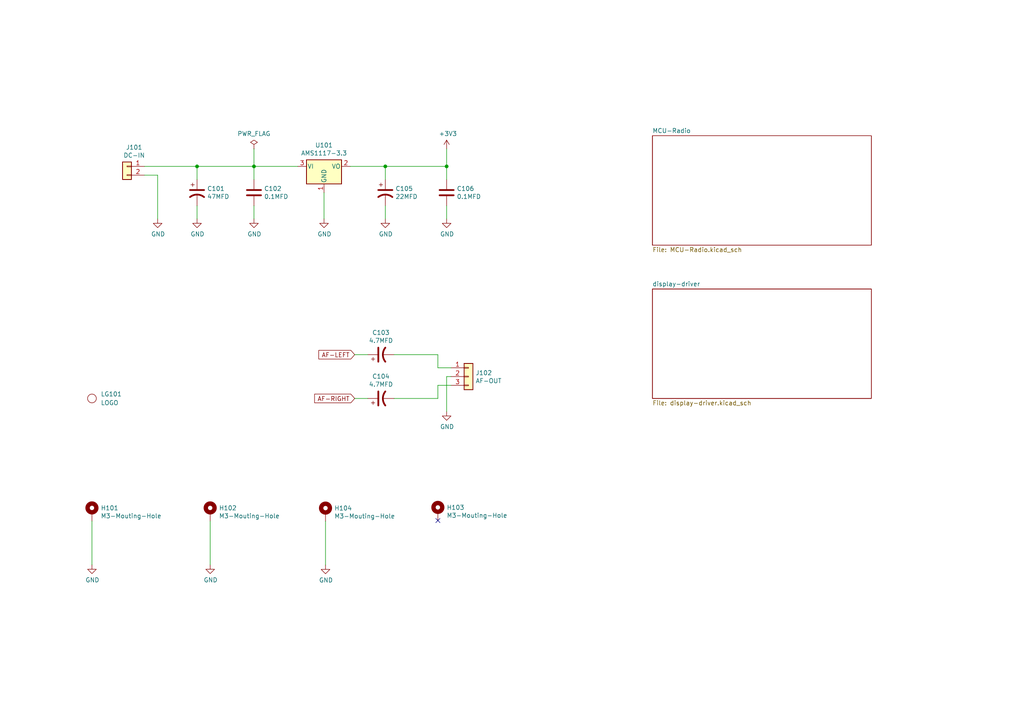
<source format=kicad_sch>
(kicad_sch (version 20231120) (generator "eeschema") (generator_version "8.0")
  (paper "A4")
  (title_block (title "Mini FM Radio Receiver") (date "2020-12-27") (rev "1.0.0") (company "Dilshan R Jayakody (4S6DRJ)") (comment 1 "https://github.com/dilshan/rda5807-fm-radio-module") (comment 2 "jayakody2000lk@gmail.com") (comment 3 "https://jayakody2000lk.blogspot.com"))
  (lib_symbols
    (symbol "Connector_Generic:Conn_01x02" (pin_names (offset 1.016) hide)
      (property "Reference" "J" (at 0 2.54 0))
      (property "Value" "Conn_01x02" (at 0 -5.08 0))
      (symbol "Conn_01x02_1_1"
        (rectangle (start -1.27 -2.413) (end 0 -2.667) (stroke (width 0.1524)))
        (rectangle (start -1.27 0.127) (end 0 -0.127) (stroke (width 0.1524)))
        (rectangle (start -1.27 1.27) (end 1.27 -3.81) (stroke (width 0.254)) (fill (type background)))
        (pin passive line (at -5.08 0 0) (length 3.81) (name "Pin_1") (number "1"))
        (pin passive line (at -5.08 -2.54 0) (length 3.81) (name "Pin_2") (number "2"))
      )
    )
    (symbol "Connector_Generic:Conn_01x03" (pin_names (offset 1.016) hide)
      (property "Reference" "J" (at 0 5.08 0))
      (property "Value" "Conn_01x03" (at 0 -5.08 0))
      (symbol "Conn_01x03_1_1"
        (rectangle (start -1.27 -2.413) (end 0 -2.667) (stroke (width 0.1524)))
        (rectangle (start -1.27 0.127) (end 0 -0.127) (stroke (width 0.1524)))
        (rectangle (start -1.27 2.667) (end 0 2.413) (stroke (width 0.1524)))
        (rectangle (start -1.27 3.81) (end 1.27 -3.81) (stroke (width 0.254)) (fill (type background)))
        (pin passive line (at -5.08 2.54 0) (length 3.81) (name "Pin_1") (number "1"))
        (pin passive line (at -5.08 0 0) (length 3.81) (name "Pin_2") (number "2"))
        (pin passive line (at -5.08 -2.54 0) (length 3.81) (name "Pin_3") (number "3"))
      )
    )
    (symbol "Device:C" (pin_numbers hide) (pin_names (offset 0.254))
      (property "Reference" "C" (at 0.635 2.54 0))
      (property "Value" "C" (at 0.635 -2.54 0))
      (symbol "C_0_1"
        (polyline (pts (xy -2.032 -0.762) (xy 2.032 -0.762)) (stroke (width 0.508)))
        (polyline (pts (xy -2.032 0.762) (xy 2.032 0.762)) (stroke (width 0.508)))
      )
      (symbol "C_1_1"
        (pin passive line (at 0 3.81 270) (length 2.794) (name "~") (number "1"))
        (pin passive line (at 0 -3.81 90) (length 2.794) (name "~") (number "2"))
      )
    )
    (symbol "Mechanical:MountingHole_Pad" (pin_numbers hide) (pin_names (offset 1.016) hide)
      (property "Reference" "H" (at 0 6.35 0))
      (property "Value" "MountingHole_Pad" (at 0 4.445 0))
      (symbol "MountingHole_Pad_0_1"
        (circle (center 0 1.27) (radius 1.27) (stroke (width 1.27)))
      )
      (symbol "MountingHole_Pad_1_1"
        (pin input line (at 0 -2.54 90) (length 2.54) (name "1") (number "1"))
      )
    )
    (symbol "Regulator_Linear:AMS1117-3.3" (pin_names (offset 0.254))
      (property "Reference" "U" (at -3.81 3.175 0))
      (property "Value" "AMS1117-3.3" (at 0 3.175 0))
      (symbol "AMS1117-3.3_0_1"
        (rectangle (start -5.08 -5.08) (end 5.08 1.905) (stroke (width 0.254)) (fill (type background)))
      )
      (symbol "AMS1117-3.3_1_1"
        (pin power_in line (at 0 -7.62 90) (length 2.54) (name "GND") (number "1"))
        (pin power_out line (at 7.62 0 180) (length 2.54) (name "VO") (number "2"))
        (pin power_in line (at -7.62 0 0) (length 2.54) (name "VI") (number "3"))
      )
    )
    (symbol "elect-generic-ic:LOGO" (pin_numbers hide) (pin_names (offset 0) hide)
      (property "Reference" "LG" (at 0 -3.175 0))
      (property "Value" "LOGO" (at 0 3.175 0))
      (symbol "LOGO_0_1"
        (circle (center 0 0) (radius 1.27))
      )
    )
    (symbol "micro-fm-radio-rescue:CP1-Device" (pin_numbers hide) (pin_names (offset 0.254) hide)
      (property "Reference" "C" (at 0.635 2.54 0))
      (property "Value" "CP1-Device" (at 0.635 -2.54 0))
      (symbol "CP1-Device_0_1"
        (polyline (pts (xy -2.032 0.762) (xy 2.032 0.762)) (stroke (width 0.508)))
        (polyline (pts (xy -1.778 2.286) (xy -0.762 2.286)))
        (polyline (pts (xy -1.27 1.778) (xy -1.27 2.794)))
        (arc (start 2.032 -1.27) (mid 0 -0.5572) (end -2.032 -1.27) (stroke (width 0.508)))
      )
      (symbol "CP1-Device_1_1"
        (pin passive line (at 0 3.81 270) (length 2.794) (name "~") (number "1"))
        (pin passive line (at 0 -3.81 90) (length 3.302) (name "~") (number "2"))
      )
    )
    (symbol "power:+3V3" (power) (pin_names (offset 0))
      (property "Value" "+3V3" (at 0 3.556 0))
      (symbol "+3V3_0_1"
        (polyline (pts (xy -0.762 1.27) (xy 0 2.54)))
        (polyline (pts (xy 0 0) (xy 0 2.54)))
        (polyline (pts (xy 0 2.54) (xy 0.762 1.27)))
      )
      (symbol "+3V3_1_1"
        (pin power_in line (at 0 0 90) (length 0) hide (name "+3V3") (number "1"))
      )
    )
    (symbol "power:GND" (power) (pin_names (offset 0))
      (property "Value" "GND" (at 0 -3.81 0))
      (symbol "GND_0_1"
        (polyline (pts (xy 0 0) (xy 0 -1.27) (xy 1.27 -1.27) (xy 0 -2.54) (xy -1.27 -1.27) (xy 0 -1.27)))
      )
      (symbol "GND_1_1"
        (pin power_in line (at 0 0 270) (length 0) hide (name "GND") (number "1"))
      )
    )
    (symbol "power:PWR_FLAG" (power) (pin_numbers hide) (pin_names (offset 0) hide)
      (property "Value" "PWR_FLAG" (at 0 3.81 0))
      (symbol "PWR_FLAG_0_0"
        (pin power_out line (at 0 0 90) (length 0) (name "pwr") (number "1"))
      )
      (symbol "PWR_FLAG_0_1"
        (polyline (pts (xy 0 0) (xy 0 1.27) (xy -1.016 1.905) (xy 0 2.54) (xy 1.016 1.905) (xy 0 1.27)))
      )
    )
  )
  (junction (at 111.76 48.26))
  (junction (at 73.66 48.26))
  (junction (at 57.15 48.26))
  (junction (at 129.54 48.26))
  (no_connect (at 127 150.9776))
  (wire (pts (xy 60.96 151.13) (xy 60.96 163.83)))
  (wire (pts (xy 45.72 50.8) (xy 45.72 63.5)))
  (wire (pts (xy 129.54 48.26) (xy 129.54 52.07)))
  (wire (pts (xy 127 115.57) (xy 127 111.76)))
  (wire (pts (xy 129.54 43.18) (xy 129.54 48.26)))
  (wire (pts (xy 57.15 48.26) (xy 73.66 48.26)))
  (wire (pts (xy 102.87 102.87) (xy 106.68 102.87)))
  (wire (pts (xy 114.3 115.57) (xy 127 115.57)))
  (wire (pts (xy 111.76 59.69) (xy 111.76 63.5)))
  (wire (pts (xy 101.6 48.26) (xy 111.76 48.26)))
  (wire (pts (xy 73.66 52.07) (xy 73.66 48.26)))
  (wire (pts (xy 73.66 48.26) (xy 86.36 48.26)))
  (wire (pts (xy 111.76 52.07) (xy 111.76 48.26)))
  (wire (pts (xy 26.67 151.13) (xy 26.67 163.83)))
  (wire (pts (xy 94.4118 151.1808) (xy 94.4118 163.8808)))
  (wire (pts (xy 111.76 48.26) (xy 129.54 48.26)))
  (wire (pts (xy 41.91 48.26) (xy 57.15 48.26)))
  (wire (pts (xy 93.98 55.88) (xy 93.98 63.5)))
  (wire (pts (xy 127 111.76) (xy 130.81 111.76)))
  (wire (pts (xy 129.54 119.38) (xy 129.54 109.22)))
  (wire (pts (xy 127 106.68) (xy 130.81 106.68)))
  (wire (pts (xy 102.87 115.57) (xy 106.68 115.57)))
  (wire (pts (xy 73.66 43.18) (xy 73.66 48.26)))
  (wire (pts (xy 129.54 59.69) (xy 129.54 63.5)))
  (wire (pts (xy 41.91 50.8) (xy 45.72 50.8)))
  (wire (pts (xy 127 102.87) (xy 127 106.68)))
  (wire (pts (xy 57.15 59.69) (xy 57.15 63.5)))
  (wire (pts (xy 73.66 59.69) (xy 73.66 63.5)))
  (wire (pts (xy 114.3 102.87) (xy 127 102.87)))
  (wire (pts (xy 57.15 52.07) (xy 57.15 48.26)))
  (wire (pts (xy 129.54 109.22) (xy 130.81 109.22)))
  (global_label "AF-LEFT" (shape input) (at 102.87 102.87 180) (property "Intersheetrefs" "${INTERSHEET_REFS}" (effects (hide yes))))
  (global_label "AF-RIGHT" (shape input) (at 102.87 115.57 180) (property "Intersheetrefs" "${INTERSHEET_REFS}" (effects (hide yes))))
  (symbol (lib_id "micro-fm-radio-rescue:CP1-Device") (at 110.49 102.87 90) (unit 1)
    (property "Reference" "C103" (at 110.49 96.4692 90))
    (property "Value" "4.7MFD" (at 110.49 98.7806 90))
    (property "Footprint" "Capacitor_THT:CP_Radial_D5.0mm_P2.50mm" (effects (hide yes)))
  )
  (symbol (lib_id "micro-fm-radio-rescue:CP1-Device") (at 110.49 115.57 90) (unit 1)
    (property "Reference" "C104" (at 110.49 109.1692 90))
    (property "Value" "4.7MFD" (at 110.49 111.4806 90))
    (property "Footprint" "Capacitor_THT:CP_Radial_D5.0mm_P2.50mm" (effects (hide yes)))
  )
  (symbol (lib_id "Connector_Generic:Conn_01x03") (at 135.89 109.22 0) (unit 1)
    (property "Reference" "J102" (at 137.922 108.1532 0) (effects (justify left)))
    (property "Value" "AF-OUT" (at 137.922 110.4646 0) (effects (justify left)))
    (property "Footprint" "Connector_PinHeader_2.54mm:PinHeader_1x03_P2.54mm_Vertical" (effects (hide yes)))
  )
  (symbol (lib_id "power:GND") (at 129.54 119.38 0) (unit 1)
    (property "Reference" "#PWR0112" (effects (hide yes)))
    (property "Value" "GND" (at 129.667 123.7742 0))
  )
  (symbol (lib_id "Regulator_Linear:AMS1117-3.3") (at 93.98 48.26 0) (unit 1)
    (property "Reference" "U101" (at 93.98 42.1132 0))
    (property "Value" "AMS1117-3.3" (at 93.98 44.4246 0))
    (property "Footprint" "Package_TO_SOT_SMD:SOT-223-3_TabPin2" (effects (hide yes)))
    (property "Datasheet" "http://www.advanced-monolithic.com/pdf/ds1117.pdf" (effects (hide yes)))
  )
  (symbol (lib_id "Connector_Generic:Conn_01x02") (at 36.83 48.26 0) (mirror y) (unit 1)
    (property "Reference" "J101" (at 38.9128 42.7482 0))
    (property "Value" "DC-IN" (at 38.9128 45.0596 0))
    (property "Footprint" "Connector_Phoenix_MC:PhoenixContact_MCV_1,5_2-G-3.5_1x02_P3.50mm_Vertical" (effects (hide yes)))
  )
  (symbol (lib_id "micro-fm-radio-rescue:CP1-Device") (at 57.15 55.88 0) (unit 1)
    (property "Reference" "C101" (at 60.071 54.7116 0) (effects (justify left)))
    (property "Value" "47MFD" (at 60.071 57.023 0) (effects (justify left)))
    (property "Footprint" "Capacitor_THT:CP_Radial_D5.0mm_P2.50mm" (effects (hide yes)))
  )
  (symbol (lib_id "Device:C") (at 73.66 55.88 0) (unit 1)
    (property "Reference" "C102" (at 76.581 54.7116 0) (effects (justify left)))
    (property "Value" "0.1MFD" (at 76.581 57.023 0) (effects (justify left)))
    (property "Footprint" "Capacitor_SMD:C_0805_2012Metric_Pad1.18x1.45mm_HandSolder" (effects (hide yes)))
  )
  (symbol (lib_id "micro-fm-radio-rescue:CP1-Device") (at 111.76 55.88 0) (unit 1)
    (property "Reference" "C105" (at 114.681 54.7116 0) (effects (justify left)))
    (property "Value" "22MFD" (at 114.681 57.023 0) (effects (justify left)))
    (property "Footprint" "Capacitor_THT:CP_Radial_D5.0mm_P2.50mm" (effects (hide yes)))
  )
  (symbol (lib_id "Device:C") (at 129.54 55.88 0) (unit 1)
    (property "Reference" "C106" (at 132.461 54.7116 0) (effects (justify left)))
    (property "Value" "0.1MFD" (at 132.461 57.023 0) (effects (justify left)))
    (property "Footprint" "Capacitor_SMD:C_0805_2012Metric_Pad1.18x1.45mm_HandSolder" (effects (hide yes)))
  )
  (symbol (lib_id "power:GND") (at 45.72 63.5 0) (unit 1)
    (property "Reference" "#PWR0105" (effects (hide yes)))
    (property "Value" "GND" (at 45.847 67.8942 0))
  )
  (symbol (lib_id "power:GND") (at 57.15 63.5 0) (unit 1)
    (property "Reference" "#PWR0106" (effects (hide yes)))
    (property "Value" "GND" (at 57.277 67.8942 0))
  )
  (symbol (lib_id "power:GND") (at 73.66 63.5 0) (unit 1)
    (property "Reference" "#PWR0108" (effects (hide yes)))
    (property "Value" "GND" (at 73.787 67.8942 0))
  )
  (symbol (lib_id "power:GND") (at 93.98 63.5 0) (unit 1)
    (property "Reference" "#PWR0109" (effects (hide yes)))
    (property "Value" "GND" (at 94.107 67.8942 0))
  )
  (symbol (lib_id "power:GND") (at 111.76 63.5 0) (unit 1)
    (property "Reference" "#PWR0111" (effects (hide yes)))
    (property "Value" "GND" (at 111.887 67.8942 0))
  )
  (symbol (lib_id "power:GND") (at 129.54 63.5 0) (unit 1)
    (property "Reference" "#PWR0114" (effects (hide yes)))
    (property "Value" "GND" (at 129.667 67.8942 0))
  )
  (symbol (lib_id "power:+3V3") (at 129.54 43.18 0) (unit 1)
    (property "Reference" "#PWR0113" (effects (hide yes)))
    (property "Value" "+3V3" (at 129.921 38.7858 0))
  )
  (symbol (lib_id "Mechanical:MountingHole_Pad") (at 26.67 148.59 0) (unit 1)
    (property "Reference" "H101" (at 29.21 147.3454 0) (effects (justify left)))
    (property "Value" "M3-Mouting-Hole" (at 29.21 149.6568 0) (effects (justify left)))
    (property "Footprint" "MountingHole:MountingHole_3.2mm_M3_Pad" (effects (hide yes)))
  )
  (symbol (lib_id "power:GND") (at 26.67 163.83 0) (unit 1)
    (property "Reference" "#PWR0104" (effects (hide yes)))
    (property "Value" "GND" (at 26.797 168.2242 0))
  )
  (symbol (lib_id "Mechanical:MountingHole_Pad") (at 60.96 148.59 0) (unit 1)
    (property "Reference" "H102" (at 63.5 147.3454 0) (effects (justify left)))
    (property "Value" "M3-Mouting-Hole" (at 63.5 149.6568 0) (effects (justify left)))
    (property "Footprint" "MountingHole:MountingHole_3.2mm_M3_Pad" (effects (hide yes)))
  )
  (symbol (lib_id "power:GND") (at 60.96 163.83 0) (unit 1)
    (property "Reference" "#PWR0107" (effects (hide yes)))
    (property "Value" "GND" (at 61.087 168.2242 0))
  )
  (symbol (lib_id "Mechanical:MountingHole_Pad") (at 127 148.4376 0) (unit 1)
    (property "Reference" "H103" (at 129.54 147.193 0) (effects (justify left)))
    (property "Value" "M3-Mouting-Hole" (at 129.54 149.5044 0) (effects (justify left)))
    (property "Footprint" "MountingHole:MountingHole_3.2mm_M3_Pad" (effects (hide yes)))
  )
  (symbol (lib_id "Mechanical:MountingHole_Pad") (at 94.4118 148.6408 0) (unit 1)
    (property "Reference" "H104" (at 96.9518 147.3962 0) (effects (justify left)))
    (property "Value" "M3-Mouting-Hole" (at 96.9518 149.7076 0) (effects (justify left)))
    (property "Footprint" "MountingHole:MountingHole_3.2mm_M3_Pad" (effects (hide yes)))
  )
  (symbol (lib_id "power:GND") (at 94.4118 163.8808 0) (unit 1)
    (property "Reference" "#PWR0115" (effects (hide yes)))
    (property "Value" "GND" (at 94.5388 168.275 0))
  )
  (symbol (lib_id "power:PWR_FLAG") (at 73.66 43.18 0) (unit 1)
    (property "Reference" "#FLG0101" (effects (hide yes)))
    (property "Value" "PWR_FLAG" (at 73.66 38.7858 0))
  )
  (symbol (lib_id "elect-generic-ic:LOGO") (at 26.67 115.57 0) (unit 1)
    (property "Reference" "LG101" (at 29.21 114.2999 0) (effects (justify left)))
    (property "Value" "LOGO" (at 29.21 116.8399 0) (effects (justify left)))
    (property "Footprint" "elect-logo:elect-6mm" (effects (hide yes)))
  )
  (sheet (at 189.23 39.37) (size 63.5 31.75)
    (property "Sheetname" "MCU-Radio" (at 189.23 38.6584 0) (effects (justify left bottom)))
    (property "Sheetfile" "MCU-Radio.kicad_sch" (at 189.23 71.7046 0) (effects (justify left top)))
  )
  (sheet (at 189.23 83.82) (size 63.5 31.75)
    (property "Sheetname" "display-driver" (at 189.23 83.1084 0) (effects (justify left bottom)))
    (property "Sheetfile" "display-driver.kicad_sch" (at 189.23 116.1546 0) (effects (justify left top)))
  )
)
</source>
